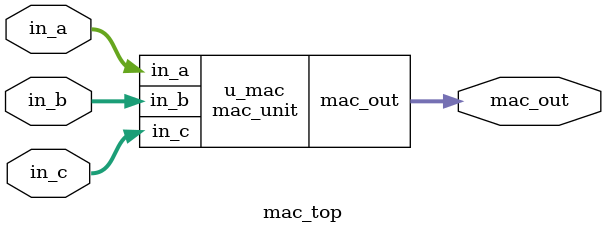
<source format=v>
module full_adder(
    input  a,
    input  b,
    input  cin,
    output sum,
    output cout
);
    assign sum = a ^ b ^ cin;
    assign cout = (a & b) | (cin & (a ^ b));
endmodule

// =============================================================================
// Module: ripple_carry_adder
// Mô tả: Bộ cộng ripple-carry n bit, được xây dựng từ các full adder.
// =============================================================================
module ripple_carry_adder #(
    parameter n = 32
)(
    input  [n-1:0] a,
    input  [n-1:0] b,
    input          cin,
    output [n-1:0] sum,
    output         cout
);
    wire [n:0] c;
    assign c[0] = cin;

    // Tạo các full adder bằng vòng lặp generate
    genvar i;
    generate
        for (i = 0; i < n; i = i + 1) begin : adder_gen
            full_adder fa_inst (
                .a(a[i]),
                .b(b[i]),
                .cin(c[i]),
                .sum(sum[i]),
                .cout(c[i+1])
            );
        end
    endgenerate

    assign cout = c[n];
endmodule

// =============================================================================
// Module: shift_add_multiplier
// Mô tả: Bộ nhân số nguyên 16x16 bit sử dụng thuật toán dịch và cộng.
// Đầu vào: a, b (số nguyên 16 bit có dấu)
// Đầu ra: product (kết quả 32 bit có dấu)
// =============================================================================
module shift_add_multiplier(
    input  [15:0] a,
    input  [15:0] b,
    output [31:0] product
);
    // Xử lý dấu
    wire a_sign = a[15];
    wire b_sign = b[15];
    wire result_sign = a_sign ^ b_sign;
    
    // Lấy giá trị tuyệt đối cho phép nhân
    wire [15:0] a_abs = a_sign ? -a : a;
    wire [15:0] b_abs = b_sign ? -b : b;
    
    // Sử dụng thuật toán dịch và cộng
    reg [31:0] partial_product;
    integer i;

    // Phép nhân thực hiện trong một khối always combinational
    always @(*) begin
        partial_product = 32'b0;
        for (i = 0; i < 16; i = i + 1) begin
            if (b_abs[i] == 1'b1) begin
                partial_product = partial_product + (a_abs << i);
            end
        end
    end

    // Gán kết quả cuối cùng, xử lý lại dấu nếu cần
    assign product = result_sign ? -partial_product : partial_product;
endmodule

// =============================================================================
// Module: mac_unit
// Mô tả: Module Multiply-Accumulate cho số nguyên 16 bit.
// mac_out = in_a * in_b + in_c
// =============================================================================
module mac_unit(
    input  [15:0] in_a,
    input  [15:0] in_b,
    input  [15:0] in_c,
    output [31:0] mac_out
);
    wire [31:0] mul_out;
    wire [31:0] in_c_ext;

    // Khởi tạo bộ nhân
    shift_add_multiplier u_mul (
        .a      (in_a),
        .b      (in_b),
        .product(mul_out)
    );

    // Mở rộng bit cho in_c để phù hợp với phép cộng 32-bit
    assign in_c_ext = {{16{in_c[15]}}, in_c};

    // Khởi tạo bộ cộng (sử dụng ripple_carry_adder)
    ripple_carry_adder u_add (
        .a   (mul_out),
        .b   (in_c_ext),
        .cin (1'b0),
        .sum (mac_out)
    );
endmodule

// =============================================================================
// Module: mac_top
// Mô tả: Module top để kiểm tra chức năng của mac_unit.
// =============================================================================
module mac_top(
    input  [15:0] in_a,
    input  [15:0] in_b,
    input  [15:0] in_c,
    output [31:0] mac_out
);
    // Khởi tạo module MAC
    mac_unit u_mac (
        .in_a   (in_a),
        .in_b   (in_b),
        .in_c   (in_c),
        .mac_out(mac_out)
    );
endmodule

</source>
